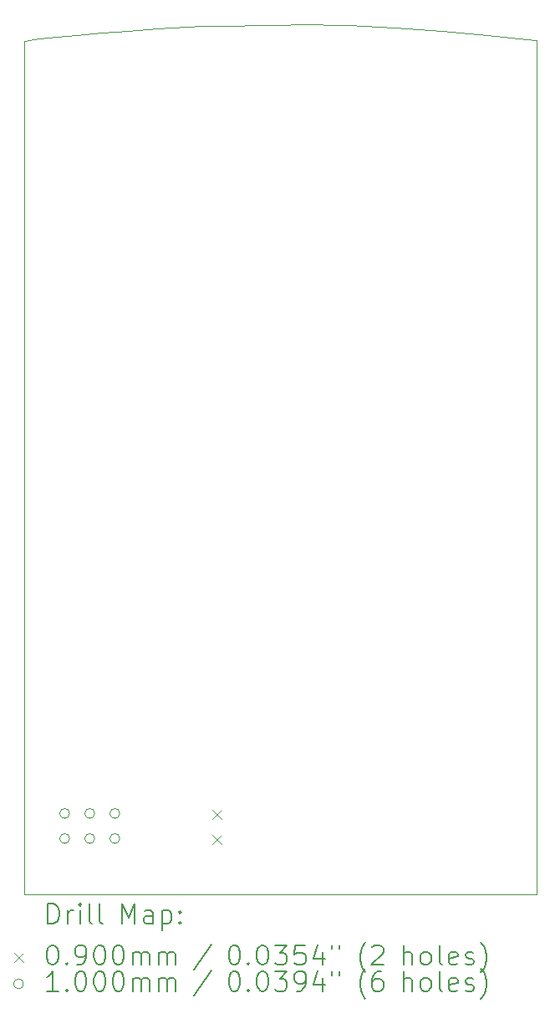
<source format=gbr>
%TF.GenerationSoftware,KiCad,Pcbnew,(6.99.0-2452-gdb4f2d9dd8)*%
%TF.CreationDate,2022-08-02T16:49:28-05:00*%
%TF.ProjectId,CalPoly,43616c50-6f6c-4792-9e6b-696361645f70,rev?*%
%TF.SameCoordinates,Original*%
%TF.FileFunction,Drillmap*%
%TF.FilePolarity,Positive*%
%FSLAX45Y45*%
G04 Gerber Fmt 4.5, Leading zero omitted, Abs format (unit mm)*
G04 Created by KiCad (PCBNEW (6.99.0-2452-gdb4f2d9dd8)) date 2022-08-02 16:49:28*
%MOMM*%
%LPD*%
G01*
G04 APERTURE LIST*
%ADD10C,0.080000*%
%ADD11C,0.200000*%
%ADD12C,0.090000*%
%ADD13C,0.100000*%
G04 APERTURE END LIST*
D10*
X4292840Y-11999751D02*
X4299769Y-4337994D01*
X4292840Y-11999751D02*
X4292840Y-11999751D01*
X9487160Y-11999751D02*
X4292840Y-11999751D01*
X9487160Y-11999751D02*
X9487160Y-11999751D01*
X9487040Y-3916140D02*
X9487160Y-11999751D01*
X9487040Y-3916140D02*
X9487040Y-3916140D01*
X9487160Y-3359176D02*
X9487040Y-3916140D01*
X9487160Y-3359176D02*
X9487160Y-3359176D01*
X9389265Y-3347304D02*
X9487160Y-3359176D01*
X9389265Y-3347304D02*
X9389265Y-3347304D01*
X8985981Y-3304134D02*
X9389265Y-3347304D01*
X8526233Y-3264533D02*
X8985981Y-3304134D01*
X8046224Y-3231306D02*
X8526233Y-3264533D01*
X7582160Y-3207259D02*
X8046224Y-3231306D01*
X7582160Y-3207259D02*
X7582160Y-3207259D01*
X7421967Y-3202682D02*
X7582160Y-3207259D01*
X7222895Y-3200249D02*
X7421967Y-3202682D01*
X6759861Y-3201303D02*
X7222895Y-3200249D01*
X6296549Y-3209399D02*
X6759861Y-3201303D01*
X6097131Y-3215769D02*
X6296549Y-3209399D01*
X5936452Y-3223515D02*
X6097131Y-3215769D01*
X5936452Y-3223515D02*
X5936452Y-3223515D01*
X5639919Y-3242667D02*
X5936452Y-3223515D01*
X5349908Y-3263215D02*
X5639919Y-3242667D01*
X5076240Y-3284296D02*
X5349908Y-3263215D01*
X4828735Y-3305050D02*
X5076240Y-3284296D01*
X4617212Y-3324612D02*
X4828735Y-3305050D01*
X4451491Y-3342121D02*
X4617212Y-3324612D01*
X4341393Y-3356714D02*
X4451491Y-3342121D01*
X4310271Y-3362648D02*
X4341393Y-3356714D01*
X4296737Y-3367529D02*
X4310271Y-3362648D01*
X4296737Y-3367529D02*
X4296737Y-3367529D01*
X4295110Y-3410981D02*
X4296737Y-3367529D01*
X4294628Y-3521739D02*
X4295110Y-3410981D01*
X4295957Y-3855050D02*
X4294628Y-3521739D01*
X4299769Y-4337994D02*
X4295957Y-3855050D01*
D11*
D12*
X6205000Y-11148000D02*
X6295000Y-11238000D01*
X6295000Y-11148000D02*
X6205000Y-11238000D01*
X6205000Y-11402000D02*
X6295000Y-11492000D01*
X6295000Y-11402000D02*
X6205000Y-11492000D01*
D13*
X4756000Y-11183000D02*
G75*
G03*
X4756000Y-11183000I-50000J0D01*
G01*
X4756000Y-11437000D02*
G75*
G03*
X4756000Y-11437000I-50000J0D01*
G01*
X5010000Y-11183000D02*
G75*
G03*
X5010000Y-11183000I-50000J0D01*
G01*
X5010000Y-11437000D02*
G75*
G03*
X5010000Y-11437000I-50000J0D01*
G01*
X5264000Y-11183000D02*
G75*
G03*
X5264000Y-11183000I-50000J0D01*
G01*
X5264000Y-11437000D02*
G75*
G03*
X5264000Y-11437000I-50000J0D01*
G01*
D11*
X4536459Y-12297228D02*
X4536459Y-12097228D01*
X4536459Y-12097228D02*
X4584078Y-12097228D01*
X4584078Y-12097228D02*
X4612650Y-12106751D01*
X4612650Y-12106751D02*
X4631697Y-12125799D01*
X4631697Y-12125799D02*
X4641221Y-12144847D01*
X4641221Y-12144847D02*
X4650745Y-12182942D01*
X4650745Y-12182942D02*
X4650745Y-12211513D01*
X4650745Y-12211513D02*
X4641221Y-12249609D01*
X4641221Y-12249609D02*
X4631697Y-12268656D01*
X4631697Y-12268656D02*
X4612650Y-12287704D01*
X4612650Y-12287704D02*
X4584078Y-12297228D01*
X4584078Y-12297228D02*
X4536459Y-12297228D01*
X4736459Y-12297228D02*
X4736459Y-12163894D01*
X4736459Y-12201989D02*
X4745983Y-12182942D01*
X4745983Y-12182942D02*
X4755507Y-12173418D01*
X4755507Y-12173418D02*
X4774554Y-12163894D01*
X4774554Y-12163894D02*
X4793602Y-12163894D01*
X4860269Y-12297228D02*
X4860269Y-12163894D01*
X4860269Y-12097228D02*
X4850745Y-12106751D01*
X4850745Y-12106751D02*
X4860269Y-12116275D01*
X4860269Y-12116275D02*
X4869792Y-12106751D01*
X4869792Y-12106751D02*
X4860269Y-12097228D01*
X4860269Y-12097228D02*
X4860269Y-12116275D01*
X4984078Y-12297228D02*
X4965030Y-12287704D01*
X4965030Y-12287704D02*
X4955507Y-12268656D01*
X4955507Y-12268656D02*
X4955507Y-12097228D01*
X5088840Y-12297228D02*
X5069792Y-12287704D01*
X5069792Y-12287704D02*
X5060269Y-12268656D01*
X5060269Y-12268656D02*
X5060269Y-12097228D01*
X5285030Y-12297228D02*
X5285030Y-12097228D01*
X5285030Y-12097228D02*
X5351697Y-12240085D01*
X5351697Y-12240085D02*
X5418364Y-12097228D01*
X5418364Y-12097228D02*
X5418364Y-12297228D01*
X5599316Y-12297228D02*
X5599316Y-12192466D01*
X5599316Y-12192466D02*
X5589792Y-12173418D01*
X5589792Y-12173418D02*
X5570745Y-12163894D01*
X5570745Y-12163894D02*
X5532649Y-12163894D01*
X5532649Y-12163894D02*
X5513602Y-12173418D01*
X5599316Y-12287704D02*
X5580269Y-12297228D01*
X5580269Y-12297228D02*
X5532649Y-12297228D01*
X5532649Y-12297228D02*
X5513602Y-12287704D01*
X5513602Y-12287704D02*
X5504078Y-12268656D01*
X5504078Y-12268656D02*
X5504078Y-12249609D01*
X5504078Y-12249609D02*
X5513602Y-12230561D01*
X5513602Y-12230561D02*
X5532649Y-12221037D01*
X5532649Y-12221037D02*
X5580269Y-12221037D01*
X5580269Y-12221037D02*
X5599316Y-12211513D01*
X5694554Y-12163894D02*
X5694554Y-12363894D01*
X5694554Y-12173418D02*
X5713602Y-12163894D01*
X5713602Y-12163894D02*
X5751697Y-12163894D01*
X5751697Y-12163894D02*
X5770745Y-12173418D01*
X5770745Y-12173418D02*
X5780268Y-12182942D01*
X5780268Y-12182942D02*
X5789792Y-12201989D01*
X5789792Y-12201989D02*
X5789792Y-12259132D01*
X5789792Y-12259132D02*
X5780268Y-12278180D01*
X5780268Y-12278180D02*
X5770745Y-12287704D01*
X5770745Y-12287704D02*
X5751697Y-12297228D01*
X5751697Y-12297228D02*
X5713602Y-12297228D01*
X5713602Y-12297228D02*
X5694554Y-12287704D01*
X5875507Y-12278180D02*
X5885030Y-12287704D01*
X5885030Y-12287704D02*
X5875507Y-12297228D01*
X5875507Y-12297228D02*
X5865983Y-12287704D01*
X5865983Y-12287704D02*
X5875507Y-12278180D01*
X5875507Y-12278180D02*
X5875507Y-12297228D01*
X5875507Y-12173418D02*
X5885030Y-12182942D01*
X5885030Y-12182942D02*
X5875507Y-12192466D01*
X5875507Y-12192466D02*
X5865983Y-12182942D01*
X5865983Y-12182942D02*
X5875507Y-12173418D01*
X5875507Y-12173418D02*
X5875507Y-12192466D01*
D12*
X4198840Y-12598751D02*
X4288840Y-12688751D01*
X4288840Y-12598751D02*
X4198840Y-12688751D01*
D11*
X4574554Y-12517228D02*
X4593602Y-12517228D01*
X4593602Y-12517228D02*
X4612650Y-12526751D01*
X4612650Y-12526751D02*
X4622173Y-12536275D01*
X4622173Y-12536275D02*
X4631697Y-12555323D01*
X4631697Y-12555323D02*
X4641221Y-12593418D01*
X4641221Y-12593418D02*
X4641221Y-12641037D01*
X4641221Y-12641037D02*
X4631697Y-12679132D01*
X4631697Y-12679132D02*
X4622173Y-12698180D01*
X4622173Y-12698180D02*
X4612650Y-12707704D01*
X4612650Y-12707704D02*
X4593602Y-12717228D01*
X4593602Y-12717228D02*
X4574554Y-12717228D01*
X4574554Y-12717228D02*
X4555507Y-12707704D01*
X4555507Y-12707704D02*
X4545983Y-12698180D01*
X4545983Y-12698180D02*
X4536459Y-12679132D01*
X4536459Y-12679132D02*
X4526935Y-12641037D01*
X4526935Y-12641037D02*
X4526935Y-12593418D01*
X4526935Y-12593418D02*
X4536459Y-12555323D01*
X4536459Y-12555323D02*
X4545983Y-12536275D01*
X4545983Y-12536275D02*
X4555507Y-12526751D01*
X4555507Y-12526751D02*
X4574554Y-12517228D01*
X4726935Y-12698180D02*
X4736459Y-12707704D01*
X4736459Y-12707704D02*
X4726935Y-12717228D01*
X4726935Y-12717228D02*
X4717411Y-12707704D01*
X4717411Y-12707704D02*
X4726935Y-12698180D01*
X4726935Y-12698180D02*
X4726935Y-12717228D01*
X4831697Y-12717228D02*
X4869792Y-12717228D01*
X4869792Y-12717228D02*
X4888840Y-12707704D01*
X4888840Y-12707704D02*
X4898364Y-12698180D01*
X4898364Y-12698180D02*
X4917411Y-12669609D01*
X4917411Y-12669609D02*
X4926935Y-12631513D01*
X4926935Y-12631513D02*
X4926935Y-12555323D01*
X4926935Y-12555323D02*
X4917411Y-12536275D01*
X4917411Y-12536275D02*
X4907888Y-12526751D01*
X4907888Y-12526751D02*
X4888840Y-12517228D01*
X4888840Y-12517228D02*
X4850745Y-12517228D01*
X4850745Y-12517228D02*
X4831697Y-12526751D01*
X4831697Y-12526751D02*
X4822173Y-12536275D01*
X4822173Y-12536275D02*
X4812650Y-12555323D01*
X4812650Y-12555323D02*
X4812650Y-12602942D01*
X4812650Y-12602942D02*
X4822173Y-12621989D01*
X4822173Y-12621989D02*
X4831697Y-12631513D01*
X4831697Y-12631513D02*
X4850745Y-12641037D01*
X4850745Y-12641037D02*
X4888840Y-12641037D01*
X4888840Y-12641037D02*
X4907888Y-12631513D01*
X4907888Y-12631513D02*
X4917411Y-12621989D01*
X4917411Y-12621989D02*
X4926935Y-12602942D01*
X5050745Y-12517228D02*
X5069792Y-12517228D01*
X5069792Y-12517228D02*
X5088840Y-12526751D01*
X5088840Y-12526751D02*
X5098364Y-12536275D01*
X5098364Y-12536275D02*
X5107888Y-12555323D01*
X5107888Y-12555323D02*
X5117411Y-12593418D01*
X5117411Y-12593418D02*
X5117411Y-12641037D01*
X5117411Y-12641037D02*
X5107888Y-12679132D01*
X5107888Y-12679132D02*
X5098364Y-12698180D01*
X5098364Y-12698180D02*
X5088840Y-12707704D01*
X5088840Y-12707704D02*
X5069792Y-12717228D01*
X5069792Y-12717228D02*
X5050745Y-12717228D01*
X5050745Y-12717228D02*
X5031697Y-12707704D01*
X5031697Y-12707704D02*
X5022173Y-12698180D01*
X5022173Y-12698180D02*
X5012650Y-12679132D01*
X5012650Y-12679132D02*
X5003126Y-12641037D01*
X5003126Y-12641037D02*
X5003126Y-12593418D01*
X5003126Y-12593418D02*
X5012650Y-12555323D01*
X5012650Y-12555323D02*
X5022173Y-12536275D01*
X5022173Y-12536275D02*
X5031697Y-12526751D01*
X5031697Y-12526751D02*
X5050745Y-12517228D01*
X5241221Y-12517228D02*
X5260269Y-12517228D01*
X5260269Y-12517228D02*
X5279316Y-12526751D01*
X5279316Y-12526751D02*
X5288840Y-12536275D01*
X5288840Y-12536275D02*
X5298364Y-12555323D01*
X5298364Y-12555323D02*
X5307888Y-12593418D01*
X5307888Y-12593418D02*
X5307888Y-12641037D01*
X5307888Y-12641037D02*
X5298364Y-12679132D01*
X5298364Y-12679132D02*
X5288840Y-12698180D01*
X5288840Y-12698180D02*
X5279316Y-12707704D01*
X5279316Y-12707704D02*
X5260269Y-12717228D01*
X5260269Y-12717228D02*
X5241221Y-12717228D01*
X5241221Y-12717228D02*
X5222173Y-12707704D01*
X5222173Y-12707704D02*
X5212650Y-12698180D01*
X5212650Y-12698180D02*
X5203126Y-12679132D01*
X5203126Y-12679132D02*
X5193602Y-12641037D01*
X5193602Y-12641037D02*
X5193602Y-12593418D01*
X5193602Y-12593418D02*
X5203126Y-12555323D01*
X5203126Y-12555323D02*
X5212650Y-12536275D01*
X5212650Y-12536275D02*
X5222173Y-12526751D01*
X5222173Y-12526751D02*
X5241221Y-12517228D01*
X5393602Y-12717228D02*
X5393602Y-12583894D01*
X5393602Y-12602942D02*
X5403126Y-12593418D01*
X5403126Y-12593418D02*
X5422173Y-12583894D01*
X5422173Y-12583894D02*
X5450745Y-12583894D01*
X5450745Y-12583894D02*
X5469792Y-12593418D01*
X5469792Y-12593418D02*
X5479316Y-12612466D01*
X5479316Y-12612466D02*
X5479316Y-12717228D01*
X5479316Y-12612466D02*
X5488840Y-12593418D01*
X5488840Y-12593418D02*
X5507888Y-12583894D01*
X5507888Y-12583894D02*
X5536459Y-12583894D01*
X5536459Y-12583894D02*
X5555507Y-12593418D01*
X5555507Y-12593418D02*
X5565031Y-12612466D01*
X5565031Y-12612466D02*
X5565031Y-12717228D01*
X5660269Y-12717228D02*
X5660269Y-12583894D01*
X5660269Y-12602942D02*
X5669792Y-12593418D01*
X5669792Y-12593418D02*
X5688840Y-12583894D01*
X5688840Y-12583894D02*
X5717411Y-12583894D01*
X5717411Y-12583894D02*
X5736459Y-12593418D01*
X5736459Y-12593418D02*
X5745983Y-12612466D01*
X5745983Y-12612466D02*
X5745983Y-12717228D01*
X5745983Y-12612466D02*
X5755507Y-12593418D01*
X5755507Y-12593418D02*
X5774554Y-12583894D01*
X5774554Y-12583894D02*
X5803126Y-12583894D01*
X5803126Y-12583894D02*
X5822173Y-12593418D01*
X5822173Y-12593418D02*
X5831697Y-12612466D01*
X5831697Y-12612466D02*
X5831697Y-12717228D01*
X6189792Y-12507704D02*
X6018364Y-12764847D01*
X6414554Y-12517228D02*
X6433602Y-12517228D01*
X6433602Y-12517228D02*
X6452650Y-12526751D01*
X6452650Y-12526751D02*
X6462173Y-12536275D01*
X6462173Y-12536275D02*
X6471697Y-12555323D01*
X6471697Y-12555323D02*
X6481221Y-12593418D01*
X6481221Y-12593418D02*
X6481221Y-12641037D01*
X6481221Y-12641037D02*
X6471697Y-12679132D01*
X6471697Y-12679132D02*
X6462173Y-12698180D01*
X6462173Y-12698180D02*
X6452650Y-12707704D01*
X6452650Y-12707704D02*
X6433602Y-12717228D01*
X6433602Y-12717228D02*
X6414554Y-12717228D01*
X6414554Y-12717228D02*
X6395507Y-12707704D01*
X6395507Y-12707704D02*
X6385983Y-12698180D01*
X6385983Y-12698180D02*
X6376459Y-12679132D01*
X6376459Y-12679132D02*
X6366935Y-12641037D01*
X6366935Y-12641037D02*
X6366935Y-12593418D01*
X6366935Y-12593418D02*
X6376459Y-12555323D01*
X6376459Y-12555323D02*
X6385983Y-12536275D01*
X6385983Y-12536275D02*
X6395507Y-12526751D01*
X6395507Y-12526751D02*
X6414554Y-12517228D01*
X6566935Y-12698180D02*
X6576459Y-12707704D01*
X6576459Y-12707704D02*
X6566935Y-12717228D01*
X6566935Y-12717228D02*
X6557411Y-12707704D01*
X6557411Y-12707704D02*
X6566935Y-12698180D01*
X6566935Y-12698180D02*
X6566935Y-12717228D01*
X6700269Y-12517228D02*
X6719316Y-12517228D01*
X6719316Y-12517228D02*
X6738364Y-12526751D01*
X6738364Y-12526751D02*
X6747888Y-12536275D01*
X6747888Y-12536275D02*
X6757411Y-12555323D01*
X6757411Y-12555323D02*
X6766935Y-12593418D01*
X6766935Y-12593418D02*
X6766935Y-12641037D01*
X6766935Y-12641037D02*
X6757411Y-12679132D01*
X6757411Y-12679132D02*
X6747888Y-12698180D01*
X6747888Y-12698180D02*
X6738364Y-12707704D01*
X6738364Y-12707704D02*
X6719316Y-12717228D01*
X6719316Y-12717228D02*
X6700269Y-12717228D01*
X6700269Y-12717228D02*
X6681221Y-12707704D01*
X6681221Y-12707704D02*
X6671697Y-12698180D01*
X6671697Y-12698180D02*
X6662173Y-12679132D01*
X6662173Y-12679132D02*
X6652650Y-12641037D01*
X6652650Y-12641037D02*
X6652650Y-12593418D01*
X6652650Y-12593418D02*
X6662173Y-12555323D01*
X6662173Y-12555323D02*
X6671697Y-12536275D01*
X6671697Y-12536275D02*
X6681221Y-12526751D01*
X6681221Y-12526751D02*
X6700269Y-12517228D01*
X6833602Y-12517228D02*
X6957411Y-12517228D01*
X6957411Y-12517228D02*
X6890745Y-12593418D01*
X6890745Y-12593418D02*
X6919316Y-12593418D01*
X6919316Y-12593418D02*
X6938364Y-12602942D01*
X6938364Y-12602942D02*
X6947888Y-12612466D01*
X6947888Y-12612466D02*
X6957411Y-12631513D01*
X6957411Y-12631513D02*
X6957411Y-12679132D01*
X6957411Y-12679132D02*
X6947888Y-12698180D01*
X6947888Y-12698180D02*
X6938364Y-12707704D01*
X6938364Y-12707704D02*
X6919316Y-12717228D01*
X6919316Y-12717228D02*
X6862173Y-12717228D01*
X6862173Y-12717228D02*
X6843126Y-12707704D01*
X6843126Y-12707704D02*
X6833602Y-12698180D01*
X7138364Y-12517228D02*
X7043126Y-12517228D01*
X7043126Y-12517228D02*
X7033602Y-12612466D01*
X7033602Y-12612466D02*
X7043126Y-12602942D01*
X7043126Y-12602942D02*
X7062173Y-12593418D01*
X7062173Y-12593418D02*
X7109792Y-12593418D01*
X7109792Y-12593418D02*
X7128840Y-12602942D01*
X7128840Y-12602942D02*
X7138364Y-12612466D01*
X7138364Y-12612466D02*
X7147888Y-12631513D01*
X7147888Y-12631513D02*
X7147888Y-12679132D01*
X7147888Y-12679132D02*
X7138364Y-12698180D01*
X7138364Y-12698180D02*
X7128840Y-12707704D01*
X7128840Y-12707704D02*
X7109792Y-12717228D01*
X7109792Y-12717228D02*
X7062173Y-12717228D01*
X7062173Y-12717228D02*
X7043126Y-12707704D01*
X7043126Y-12707704D02*
X7033602Y-12698180D01*
X7319316Y-12583894D02*
X7319316Y-12717228D01*
X7271697Y-12507704D02*
X7224078Y-12650561D01*
X7224078Y-12650561D02*
X7347888Y-12650561D01*
X7414554Y-12517228D02*
X7414554Y-12555323D01*
X7490745Y-12517228D02*
X7490745Y-12555323D01*
X7753602Y-12793418D02*
X7744078Y-12783894D01*
X7744078Y-12783894D02*
X7725031Y-12755323D01*
X7725031Y-12755323D02*
X7715507Y-12736275D01*
X7715507Y-12736275D02*
X7705983Y-12707704D01*
X7705983Y-12707704D02*
X7696459Y-12660085D01*
X7696459Y-12660085D02*
X7696459Y-12621989D01*
X7696459Y-12621989D02*
X7705983Y-12574370D01*
X7705983Y-12574370D02*
X7715507Y-12545799D01*
X7715507Y-12545799D02*
X7725031Y-12526751D01*
X7725031Y-12526751D02*
X7744078Y-12498180D01*
X7744078Y-12498180D02*
X7753602Y-12488656D01*
X7820269Y-12536275D02*
X7829792Y-12526751D01*
X7829792Y-12526751D02*
X7848840Y-12517228D01*
X7848840Y-12517228D02*
X7896459Y-12517228D01*
X7896459Y-12517228D02*
X7915507Y-12526751D01*
X7915507Y-12526751D02*
X7925031Y-12536275D01*
X7925031Y-12536275D02*
X7934554Y-12555323D01*
X7934554Y-12555323D02*
X7934554Y-12574370D01*
X7934554Y-12574370D02*
X7925031Y-12602942D01*
X7925031Y-12602942D02*
X7810745Y-12717228D01*
X7810745Y-12717228D02*
X7934554Y-12717228D01*
X8140269Y-12717228D02*
X8140269Y-12517228D01*
X8225983Y-12717228D02*
X8225983Y-12612466D01*
X8225983Y-12612466D02*
X8216459Y-12593418D01*
X8216459Y-12593418D02*
X8197412Y-12583894D01*
X8197412Y-12583894D02*
X8168840Y-12583894D01*
X8168840Y-12583894D02*
X8149792Y-12593418D01*
X8149792Y-12593418D02*
X8140269Y-12602942D01*
X8349792Y-12717228D02*
X8330745Y-12707704D01*
X8330745Y-12707704D02*
X8321221Y-12698180D01*
X8321221Y-12698180D02*
X8311697Y-12679132D01*
X8311697Y-12679132D02*
X8311697Y-12621989D01*
X8311697Y-12621989D02*
X8321221Y-12602942D01*
X8321221Y-12602942D02*
X8330745Y-12593418D01*
X8330745Y-12593418D02*
X8349792Y-12583894D01*
X8349792Y-12583894D02*
X8378364Y-12583894D01*
X8378364Y-12583894D02*
X8397412Y-12593418D01*
X8397412Y-12593418D02*
X8406935Y-12602942D01*
X8406935Y-12602942D02*
X8416459Y-12621989D01*
X8416459Y-12621989D02*
X8416459Y-12679132D01*
X8416459Y-12679132D02*
X8406935Y-12698180D01*
X8406935Y-12698180D02*
X8397412Y-12707704D01*
X8397412Y-12707704D02*
X8378364Y-12717228D01*
X8378364Y-12717228D02*
X8349792Y-12717228D01*
X8530745Y-12717228D02*
X8511697Y-12707704D01*
X8511697Y-12707704D02*
X8502174Y-12688656D01*
X8502174Y-12688656D02*
X8502174Y-12517228D01*
X8683126Y-12707704D02*
X8664078Y-12717228D01*
X8664078Y-12717228D02*
X8625983Y-12717228D01*
X8625983Y-12717228D02*
X8606935Y-12707704D01*
X8606935Y-12707704D02*
X8597412Y-12688656D01*
X8597412Y-12688656D02*
X8597412Y-12612466D01*
X8597412Y-12612466D02*
X8606935Y-12593418D01*
X8606935Y-12593418D02*
X8625983Y-12583894D01*
X8625983Y-12583894D02*
X8664078Y-12583894D01*
X8664078Y-12583894D02*
X8683126Y-12593418D01*
X8683126Y-12593418D02*
X8692650Y-12612466D01*
X8692650Y-12612466D02*
X8692650Y-12631513D01*
X8692650Y-12631513D02*
X8597412Y-12650561D01*
X8768840Y-12707704D02*
X8787888Y-12717228D01*
X8787888Y-12717228D02*
X8825983Y-12717228D01*
X8825983Y-12717228D02*
X8845031Y-12707704D01*
X8845031Y-12707704D02*
X8854555Y-12688656D01*
X8854555Y-12688656D02*
X8854555Y-12679132D01*
X8854555Y-12679132D02*
X8845031Y-12660085D01*
X8845031Y-12660085D02*
X8825983Y-12650561D01*
X8825983Y-12650561D02*
X8797412Y-12650561D01*
X8797412Y-12650561D02*
X8778364Y-12641037D01*
X8778364Y-12641037D02*
X8768840Y-12621989D01*
X8768840Y-12621989D02*
X8768840Y-12612466D01*
X8768840Y-12612466D02*
X8778364Y-12593418D01*
X8778364Y-12593418D02*
X8797412Y-12583894D01*
X8797412Y-12583894D02*
X8825983Y-12583894D01*
X8825983Y-12583894D02*
X8845031Y-12593418D01*
X8921221Y-12793418D02*
X8930745Y-12783894D01*
X8930745Y-12783894D02*
X8949793Y-12755323D01*
X8949793Y-12755323D02*
X8959316Y-12736275D01*
X8959316Y-12736275D02*
X8968840Y-12707704D01*
X8968840Y-12707704D02*
X8978364Y-12660085D01*
X8978364Y-12660085D02*
X8978364Y-12621989D01*
X8978364Y-12621989D02*
X8968840Y-12574370D01*
X8968840Y-12574370D02*
X8959316Y-12545799D01*
X8959316Y-12545799D02*
X8949793Y-12526751D01*
X8949793Y-12526751D02*
X8930745Y-12498180D01*
X8930745Y-12498180D02*
X8921221Y-12488656D01*
D13*
X4288840Y-12907751D02*
G75*
G03*
X4288840Y-12907751I-50000J0D01*
G01*
D11*
X4641221Y-12981228D02*
X4526935Y-12981228D01*
X4584078Y-12981228D02*
X4584078Y-12781228D01*
X4584078Y-12781228D02*
X4565030Y-12809799D01*
X4565030Y-12809799D02*
X4545983Y-12828847D01*
X4545983Y-12828847D02*
X4526935Y-12838370D01*
X4726935Y-12962180D02*
X4736459Y-12971704D01*
X4736459Y-12971704D02*
X4726935Y-12981228D01*
X4726935Y-12981228D02*
X4717411Y-12971704D01*
X4717411Y-12971704D02*
X4726935Y-12962180D01*
X4726935Y-12962180D02*
X4726935Y-12981228D01*
X4860269Y-12781228D02*
X4879316Y-12781228D01*
X4879316Y-12781228D02*
X4898364Y-12790751D01*
X4898364Y-12790751D02*
X4907888Y-12800275D01*
X4907888Y-12800275D02*
X4917411Y-12819323D01*
X4917411Y-12819323D02*
X4926935Y-12857418D01*
X4926935Y-12857418D02*
X4926935Y-12905037D01*
X4926935Y-12905037D02*
X4917411Y-12943132D01*
X4917411Y-12943132D02*
X4907888Y-12962180D01*
X4907888Y-12962180D02*
X4898364Y-12971704D01*
X4898364Y-12971704D02*
X4879316Y-12981228D01*
X4879316Y-12981228D02*
X4860269Y-12981228D01*
X4860269Y-12981228D02*
X4841221Y-12971704D01*
X4841221Y-12971704D02*
X4831697Y-12962180D01*
X4831697Y-12962180D02*
X4822173Y-12943132D01*
X4822173Y-12943132D02*
X4812650Y-12905037D01*
X4812650Y-12905037D02*
X4812650Y-12857418D01*
X4812650Y-12857418D02*
X4822173Y-12819323D01*
X4822173Y-12819323D02*
X4831697Y-12800275D01*
X4831697Y-12800275D02*
X4841221Y-12790751D01*
X4841221Y-12790751D02*
X4860269Y-12781228D01*
X5050745Y-12781228D02*
X5069792Y-12781228D01*
X5069792Y-12781228D02*
X5088840Y-12790751D01*
X5088840Y-12790751D02*
X5098364Y-12800275D01*
X5098364Y-12800275D02*
X5107888Y-12819323D01*
X5107888Y-12819323D02*
X5117411Y-12857418D01*
X5117411Y-12857418D02*
X5117411Y-12905037D01*
X5117411Y-12905037D02*
X5107888Y-12943132D01*
X5107888Y-12943132D02*
X5098364Y-12962180D01*
X5098364Y-12962180D02*
X5088840Y-12971704D01*
X5088840Y-12971704D02*
X5069792Y-12981228D01*
X5069792Y-12981228D02*
X5050745Y-12981228D01*
X5050745Y-12981228D02*
X5031697Y-12971704D01*
X5031697Y-12971704D02*
X5022173Y-12962180D01*
X5022173Y-12962180D02*
X5012650Y-12943132D01*
X5012650Y-12943132D02*
X5003126Y-12905037D01*
X5003126Y-12905037D02*
X5003126Y-12857418D01*
X5003126Y-12857418D02*
X5012650Y-12819323D01*
X5012650Y-12819323D02*
X5022173Y-12800275D01*
X5022173Y-12800275D02*
X5031697Y-12790751D01*
X5031697Y-12790751D02*
X5050745Y-12781228D01*
X5241221Y-12781228D02*
X5260269Y-12781228D01*
X5260269Y-12781228D02*
X5279316Y-12790751D01*
X5279316Y-12790751D02*
X5288840Y-12800275D01*
X5288840Y-12800275D02*
X5298364Y-12819323D01*
X5298364Y-12819323D02*
X5307888Y-12857418D01*
X5307888Y-12857418D02*
X5307888Y-12905037D01*
X5307888Y-12905037D02*
X5298364Y-12943132D01*
X5298364Y-12943132D02*
X5288840Y-12962180D01*
X5288840Y-12962180D02*
X5279316Y-12971704D01*
X5279316Y-12971704D02*
X5260269Y-12981228D01*
X5260269Y-12981228D02*
X5241221Y-12981228D01*
X5241221Y-12981228D02*
X5222173Y-12971704D01*
X5222173Y-12971704D02*
X5212650Y-12962180D01*
X5212650Y-12962180D02*
X5203126Y-12943132D01*
X5203126Y-12943132D02*
X5193602Y-12905037D01*
X5193602Y-12905037D02*
X5193602Y-12857418D01*
X5193602Y-12857418D02*
X5203126Y-12819323D01*
X5203126Y-12819323D02*
X5212650Y-12800275D01*
X5212650Y-12800275D02*
X5222173Y-12790751D01*
X5222173Y-12790751D02*
X5241221Y-12781228D01*
X5393602Y-12981228D02*
X5393602Y-12847894D01*
X5393602Y-12866942D02*
X5403126Y-12857418D01*
X5403126Y-12857418D02*
X5422173Y-12847894D01*
X5422173Y-12847894D02*
X5450745Y-12847894D01*
X5450745Y-12847894D02*
X5469792Y-12857418D01*
X5469792Y-12857418D02*
X5479316Y-12876466D01*
X5479316Y-12876466D02*
X5479316Y-12981228D01*
X5479316Y-12876466D02*
X5488840Y-12857418D01*
X5488840Y-12857418D02*
X5507888Y-12847894D01*
X5507888Y-12847894D02*
X5536459Y-12847894D01*
X5536459Y-12847894D02*
X5555507Y-12857418D01*
X5555507Y-12857418D02*
X5565031Y-12876466D01*
X5565031Y-12876466D02*
X5565031Y-12981228D01*
X5660269Y-12981228D02*
X5660269Y-12847894D01*
X5660269Y-12866942D02*
X5669792Y-12857418D01*
X5669792Y-12857418D02*
X5688840Y-12847894D01*
X5688840Y-12847894D02*
X5717411Y-12847894D01*
X5717411Y-12847894D02*
X5736459Y-12857418D01*
X5736459Y-12857418D02*
X5745983Y-12876466D01*
X5745983Y-12876466D02*
X5745983Y-12981228D01*
X5745983Y-12876466D02*
X5755507Y-12857418D01*
X5755507Y-12857418D02*
X5774554Y-12847894D01*
X5774554Y-12847894D02*
X5803126Y-12847894D01*
X5803126Y-12847894D02*
X5822173Y-12857418D01*
X5822173Y-12857418D02*
X5831697Y-12876466D01*
X5831697Y-12876466D02*
X5831697Y-12981228D01*
X6189792Y-12771704D02*
X6018364Y-13028847D01*
X6414554Y-12781228D02*
X6433602Y-12781228D01*
X6433602Y-12781228D02*
X6452650Y-12790751D01*
X6452650Y-12790751D02*
X6462173Y-12800275D01*
X6462173Y-12800275D02*
X6471697Y-12819323D01*
X6471697Y-12819323D02*
X6481221Y-12857418D01*
X6481221Y-12857418D02*
X6481221Y-12905037D01*
X6481221Y-12905037D02*
X6471697Y-12943132D01*
X6471697Y-12943132D02*
X6462173Y-12962180D01*
X6462173Y-12962180D02*
X6452650Y-12971704D01*
X6452650Y-12971704D02*
X6433602Y-12981228D01*
X6433602Y-12981228D02*
X6414554Y-12981228D01*
X6414554Y-12981228D02*
X6395507Y-12971704D01*
X6395507Y-12971704D02*
X6385983Y-12962180D01*
X6385983Y-12962180D02*
X6376459Y-12943132D01*
X6376459Y-12943132D02*
X6366935Y-12905037D01*
X6366935Y-12905037D02*
X6366935Y-12857418D01*
X6366935Y-12857418D02*
X6376459Y-12819323D01*
X6376459Y-12819323D02*
X6385983Y-12800275D01*
X6385983Y-12800275D02*
X6395507Y-12790751D01*
X6395507Y-12790751D02*
X6414554Y-12781228D01*
X6566935Y-12962180D02*
X6576459Y-12971704D01*
X6576459Y-12971704D02*
X6566935Y-12981228D01*
X6566935Y-12981228D02*
X6557411Y-12971704D01*
X6557411Y-12971704D02*
X6566935Y-12962180D01*
X6566935Y-12962180D02*
X6566935Y-12981228D01*
X6700269Y-12781228D02*
X6719316Y-12781228D01*
X6719316Y-12781228D02*
X6738364Y-12790751D01*
X6738364Y-12790751D02*
X6747888Y-12800275D01*
X6747888Y-12800275D02*
X6757411Y-12819323D01*
X6757411Y-12819323D02*
X6766935Y-12857418D01*
X6766935Y-12857418D02*
X6766935Y-12905037D01*
X6766935Y-12905037D02*
X6757411Y-12943132D01*
X6757411Y-12943132D02*
X6747888Y-12962180D01*
X6747888Y-12962180D02*
X6738364Y-12971704D01*
X6738364Y-12971704D02*
X6719316Y-12981228D01*
X6719316Y-12981228D02*
X6700269Y-12981228D01*
X6700269Y-12981228D02*
X6681221Y-12971704D01*
X6681221Y-12971704D02*
X6671697Y-12962180D01*
X6671697Y-12962180D02*
X6662173Y-12943132D01*
X6662173Y-12943132D02*
X6652650Y-12905037D01*
X6652650Y-12905037D02*
X6652650Y-12857418D01*
X6652650Y-12857418D02*
X6662173Y-12819323D01*
X6662173Y-12819323D02*
X6671697Y-12800275D01*
X6671697Y-12800275D02*
X6681221Y-12790751D01*
X6681221Y-12790751D02*
X6700269Y-12781228D01*
X6833602Y-12781228D02*
X6957411Y-12781228D01*
X6957411Y-12781228D02*
X6890745Y-12857418D01*
X6890745Y-12857418D02*
X6919316Y-12857418D01*
X6919316Y-12857418D02*
X6938364Y-12866942D01*
X6938364Y-12866942D02*
X6947888Y-12876466D01*
X6947888Y-12876466D02*
X6957411Y-12895513D01*
X6957411Y-12895513D02*
X6957411Y-12943132D01*
X6957411Y-12943132D02*
X6947888Y-12962180D01*
X6947888Y-12962180D02*
X6938364Y-12971704D01*
X6938364Y-12971704D02*
X6919316Y-12981228D01*
X6919316Y-12981228D02*
X6862173Y-12981228D01*
X6862173Y-12981228D02*
X6843126Y-12971704D01*
X6843126Y-12971704D02*
X6833602Y-12962180D01*
X7052650Y-12981228D02*
X7090745Y-12981228D01*
X7090745Y-12981228D02*
X7109792Y-12971704D01*
X7109792Y-12971704D02*
X7119316Y-12962180D01*
X7119316Y-12962180D02*
X7138364Y-12933609D01*
X7138364Y-12933609D02*
X7147888Y-12895513D01*
X7147888Y-12895513D02*
X7147888Y-12819323D01*
X7147888Y-12819323D02*
X7138364Y-12800275D01*
X7138364Y-12800275D02*
X7128840Y-12790751D01*
X7128840Y-12790751D02*
X7109792Y-12781228D01*
X7109792Y-12781228D02*
X7071697Y-12781228D01*
X7071697Y-12781228D02*
X7052650Y-12790751D01*
X7052650Y-12790751D02*
X7043126Y-12800275D01*
X7043126Y-12800275D02*
X7033602Y-12819323D01*
X7033602Y-12819323D02*
X7033602Y-12866942D01*
X7033602Y-12866942D02*
X7043126Y-12885989D01*
X7043126Y-12885989D02*
X7052650Y-12895513D01*
X7052650Y-12895513D02*
X7071697Y-12905037D01*
X7071697Y-12905037D02*
X7109792Y-12905037D01*
X7109792Y-12905037D02*
X7128840Y-12895513D01*
X7128840Y-12895513D02*
X7138364Y-12885989D01*
X7138364Y-12885989D02*
X7147888Y-12866942D01*
X7319316Y-12847894D02*
X7319316Y-12981228D01*
X7271697Y-12771704D02*
X7224078Y-12914561D01*
X7224078Y-12914561D02*
X7347888Y-12914561D01*
X7414554Y-12781228D02*
X7414554Y-12819323D01*
X7490745Y-12781228D02*
X7490745Y-12819323D01*
X7753602Y-13057418D02*
X7744078Y-13047894D01*
X7744078Y-13047894D02*
X7725031Y-13019323D01*
X7725031Y-13019323D02*
X7715507Y-13000275D01*
X7715507Y-13000275D02*
X7705983Y-12971704D01*
X7705983Y-12971704D02*
X7696459Y-12924085D01*
X7696459Y-12924085D02*
X7696459Y-12885989D01*
X7696459Y-12885989D02*
X7705983Y-12838370D01*
X7705983Y-12838370D02*
X7715507Y-12809799D01*
X7715507Y-12809799D02*
X7725031Y-12790751D01*
X7725031Y-12790751D02*
X7744078Y-12762180D01*
X7744078Y-12762180D02*
X7753602Y-12752656D01*
X7915507Y-12781228D02*
X7877411Y-12781228D01*
X7877411Y-12781228D02*
X7858364Y-12790751D01*
X7858364Y-12790751D02*
X7848840Y-12800275D01*
X7848840Y-12800275D02*
X7829792Y-12828847D01*
X7829792Y-12828847D02*
X7820269Y-12866942D01*
X7820269Y-12866942D02*
X7820269Y-12943132D01*
X7820269Y-12943132D02*
X7829792Y-12962180D01*
X7829792Y-12962180D02*
X7839316Y-12971704D01*
X7839316Y-12971704D02*
X7858364Y-12981228D01*
X7858364Y-12981228D02*
X7896459Y-12981228D01*
X7896459Y-12981228D02*
X7915507Y-12971704D01*
X7915507Y-12971704D02*
X7925031Y-12962180D01*
X7925031Y-12962180D02*
X7934554Y-12943132D01*
X7934554Y-12943132D02*
X7934554Y-12895513D01*
X7934554Y-12895513D02*
X7925031Y-12876466D01*
X7925031Y-12876466D02*
X7915507Y-12866942D01*
X7915507Y-12866942D02*
X7896459Y-12857418D01*
X7896459Y-12857418D02*
X7858364Y-12857418D01*
X7858364Y-12857418D02*
X7839316Y-12866942D01*
X7839316Y-12866942D02*
X7829792Y-12876466D01*
X7829792Y-12876466D02*
X7820269Y-12895513D01*
X8140269Y-12981228D02*
X8140269Y-12781228D01*
X8225983Y-12981228D02*
X8225983Y-12876466D01*
X8225983Y-12876466D02*
X8216459Y-12857418D01*
X8216459Y-12857418D02*
X8197412Y-12847894D01*
X8197412Y-12847894D02*
X8168840Y-12847894D01*
X8168840Y-12847894D02*
X8149792Y-12857418D01*
X8149792Y-12857418D02*
X8140269Y-12866942D01*
X8349792Y-12981228D02*
X8330745Y-12971704D01*
X8330745Y-12971704D02*
X8321221Y-12962180D01*
X8321221Y-12962180D02*
X8311697Y-12943132D01*
X8311697Y-12943132D02*
X8311697Y-12885989D01*
X8311697Y-12885989D02*
X8321221Y-12866942D01*
X8321221Y-12866942D02*
X8330745Y-12857418D01*
X8330745Y-12857418D02*
X8349792Y-12847894D01*
X8349792Y-12847894D02*
X8378364Y-12847894D01*
X8378364Y-12847894D02*
X8397412Y-12857418D01*
X8397412Y-12857418D02*
X8406935Y-12866942D01*
X8406935Y-12866942D02*
X8416459Y-12885989D01*
X8416459Y-12885989D02*
X8416459Y-12943132D01*
X8416459Y-12943132D02*
X8406935Y-12962180D01*
X8406935Y-12962180D02*
X8397412Y-12971704D01*
X8397412Y-12971704D02*
X8378364Y-12981228D01*
X8378364Y-12981228D02*
X8349792Y-12981228D01*
X8530745Y-12981228D02*
X8511697Y-12971704D01*
X8511697Y-12971704D02*
X8502174Y-12952656D01*
X8502174Y-12952656D02*
X8502174Y-12781228D01*
X8683126Y-12971704D02*
X8664078Y-12981228D01*
X8664078Y-12981228D02*
X8625983Y-12981228D01*
X8625983Y-12981228D02*
X8606935Y-12971704D01*
X8606935Y-12971704D02*
X8597412Y-12952656D01*
X8597412Y-12952656D02*
X8597412Y-12876466D01*
X8597412Y-12876466D02*
X8606935Y-12857418D01*
X8606935Y-12857418D02*
X8625983Y-12847894D01*
X8625983Y-12847894D02*
X8664078Y-12847894D01*
X8664078Y-12847894D02*
X8683126Y-12857418D01*
X8683126Y-12857418D02*
X8692650Y-12876466D01*
X8692650Y-12876466D02*
X8692650Y-12895513D01*
X8692650Y-12895513D02*
X8597412Y-12914561D01*
X8768840Y-12971704D02*
X8787888Y-12981228D01*
X8787888Y-12981228D02*
X8825983Y-12981228D01*
X8825983Y-12981228D02*
X8845031Y-12971704D01*
X8845031Y-12971704D02*
X8854555Y-12952656D01*
X8854555Y-12952656D02*
X8854555Y-12943132D01*
X8854555Y-12943132D02*
X8845031Y-12924085D01*
X8845031Y-12924085D02*
X8825983Y-12914561D01*
X8825983Y-12914561D02*
X8797412Y-12914561D01*
X8797412Y-12914561D02*
X8778364Y-12905037D01*
X8778364Y-12905037D02*
X8768840Y-12885989D01*
X8768840Y-12885989D02*
X8768840Y-12876466D01*
X8768840Y-12876466D02*
X8778364Y-12857418D01*
X8778364Y-12857418D02*
X8797412Y-12847894D01*
X8797412Y-12847894D02*
X8825983Y-12847894D01*
X8825983Y-12847894D02*
X8845031Y-12857418D01*
X8921221Y-13057418D02*
X8930745Y-13047894D01*
X8930745Y-13047894D02*
X8949793Y-13019323D01*
X8949793Y-13019323D02*
X8959316Y-13000275D01*
X8959316Y-13000275D02*
X8968840Y-12971704D01*
X8968840Y-12971704D02*
X8978364Y-12924085D01*
X8978364Y-12924085D02*
X8978364Y-12885989D01*
X8978364Y-12885989D02*
X8968840Y-12838370D01*
X8968840Y-12838370D02*
X8959316Y-12809799D01*
X8959316Y-12809799D02*
X8949793Y-12790751D01*
X8949793Y-12790751D02*
X8930745Y-12762180D01*
X8930745Y-12762180D02*
X8921221Y-12752656D01*
M02*

</source>
